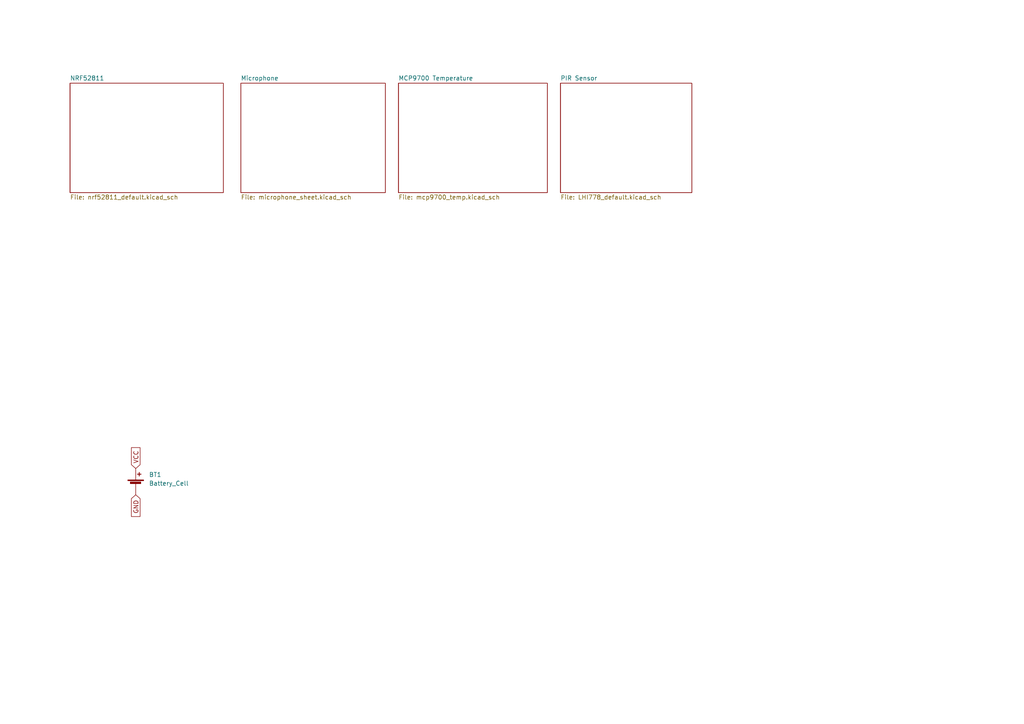
<source format=kicad_sch>
(kicad_sch (version 20211123) (generator eeschema)
  (paper "A4")
  (lib_symbols
    (symbol "Device:Battery_Cell" (pin_numbers hide) (pin_names (offset 0) hide)
      (property "Reference" "BT" (at 2.54 2.54 0))
      (property "Value" "Battery_Cell" (at 2.54 0 0))
      (symbol "Battery_Cell_0_1"
        (rectangle (start -2.286 1.778) (end 2.286 1.524) (fill (type outline)))
        (rectangle (start -1.5748 1.1938) (end 1.4732 0.6858) (fill (type outline)))
        (polyline (pts (xy 0 0.762) (xy 0 0)))
        (polyline (pts (xy 0 1.778) (xy 0 2.54)))
        (polyline (pts (xy 0.508 3.429) (xy 1.524 3.429)) (stroke (width 0.254)))
        (polyline (pts (xy 1.016 3.937) (xy 1.016 2.921)) (stroke (width 0.254)))
      )
      (symbol "Battery_Cell_1_1"
        (pin passive line (at 0 5.08 270) (length 2.54) (name "+") (number "1"))
        (pin passive line (at 0 -2.54 90) (length 2.54) (name "-") (number "2"))
      )
    )
  )
  (global_label "GND" (shape input) (at 39.37 143.51 270) (property "Intersheet References" "${INTERSHEET_REFS}" (effects hide)))
  (global_label "VCC" (shape input) (at 39.37 135.89 90) (property "Intersheet References" "${INTERSHEET_REFS}" (effects hide)))
  (symbol (lib_id "Device:Battery_Cell") (at 39.37 140.97 0) (unit 1)
    (property "Reference" "BT1" (at 43.18 137.6679 0) (effects (justify left)))
    (property "Value" "Battery_Cell" (at 43.18 140.2079 0) (effects (justify left)))
    (property "Footprint" "Battery:BatteryHolder_Keystone_1058_1x2032" (effects hide))
  )
  (sheet (at 20.32 24.13) (size 44.45 31.75) (stroke (width 0.1524))
    (property "Sheet name" "NRF52811" (at 20.32 23.4184 0) (effects (justify left bottom)))
    (property "Sheet file" "nrf52811_default.kicad_sch" (at 20.32 56.4646 0) (effects (justify left top)))
  )
  (sheet (at 115.57 24.13) (size 43.18 31.75) (stroke (width 0.1524))
    (property "Sheet name" "MCP9700 Temperature" (at 115.57 23.4184 0) (effects (justify left bottom)))
    (property "Sheet file" "mcp9700_temp.kicad_sch" (at 115.57 56.4646 0) (effects (justify left top)))
  )
  (sheet (at 69.85 24.13) (size 41.91 31.75) (stroke (width 0.1524))
    (property "Sheet name" "Microphone" (at 69.85 23.4184 0) (effects (justify left bottom)))
    (property "Sheet file" "microphone_sheet.kicad_sch" (at 69.85 56.4646 0) (effects (justify left top)))
  )
  (sheet (at 162.56 24.13) (size 38.1 31.75) (stroke (width 0.1524))
    (property "Sheet name" "PIR Sensor" (at 162.56 23.4184 0) (effects (justify left bottom)))
    (property "Sheet file" "LHI778_default.kicad_sch" (at 162.56 56.4646 0) (effects (justify left top)))
  )
)
</source>
